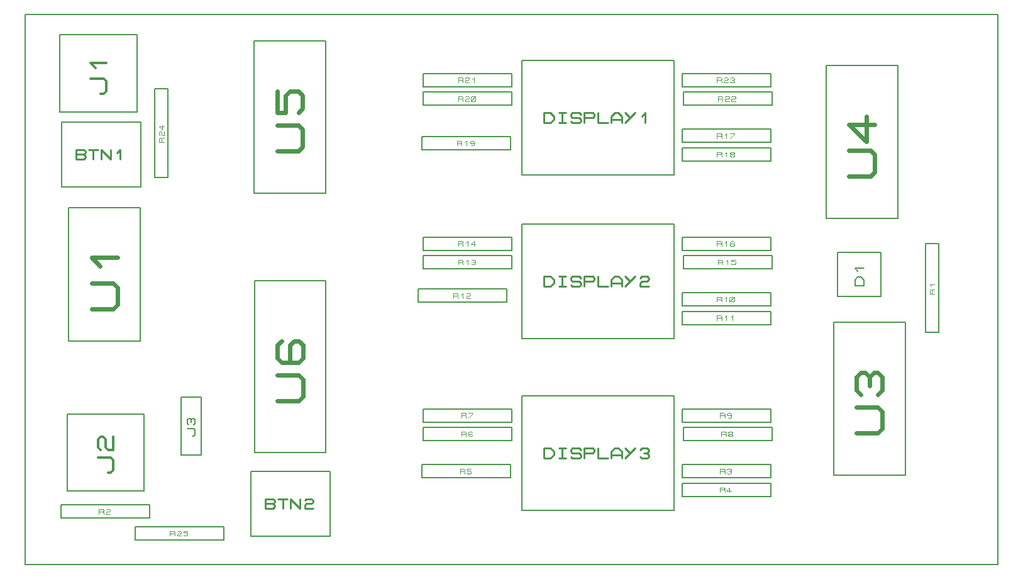
<source format=gbr>
G04 PROTEUS GERBER X2 FILE*
%TF.GenerationSoftware,Labcenter,Proteus,8.8-SP0-Build26547*%
%TF.CreationDate,2024-06-03T23:11:47+00:00*%
%TF.FileFunction,AssemblyDrawing,Top*%
%TF.FilePolarity,Positive*%
%TF.Part,Single*%
%TF.SameCoordinates,{21ee4477-aff3-40fb-9ee6-804b83d108f7}*%
%FSLAX45Y45*%
%MOMM*%
G01*
%TA.AperFunction,Material*%
%ADD17C,0.203200*%
%ADD22C,0.228030*%
%TA.AperFunction,Profile*%
%ADD16C,0.203200*%
%TA.AperFunction,Material*%
%ADD23C,0.106680*%
%ADD24C,0.577200*%
%ADD25C,0.345440*%
%ADD26C,0.164590*%
%ADD27C,0.197270*%
%ADD28C,0.214060*%
%TD.AperFunction*%
D17*
X+7635840Y-6706116D02*
X+9688160Y-6706116D01*
X+9688160Y-5161796D01*
X+7635840Y-5161796D01*
X+7635840Y-6706116D01*
D22*
X+7932288Y-6002366D02*
X+7932288Y-5865545D01*
X+8023502Y-5865545D01*
X+8069109Y-5911152D01*
X+8069109Y-5956759D01*
X+8023502Y-6002366D01*
X+7932288Y-6002366D01*
X+8137519Y-5865545D02*
X+8228733Y-5865545D01*
X+8183126Y-5865545D02*
X+8183126Y-6002366D01*
X+8137519Y-6002366D02*
X+8228733Y-6002366D01*
X+8297144Y-5979563D02*
X+8319947Y-6002366D01*
X+8411161Y-6002366D01*
X+8433965Y-5979563D01*
X+8433965Y-5956759D01*
X+8411161Y-5933956D01*
X+8319947Y-5933956D01*
X+8297144Y-5911152D01*
X+8297144Y-5888349D01*
X+8319947Y-5865545D01*
X+8411161Y-5865545D01*
X+8433965Y-5888349D01*
X+8479572Y-6002366D02*
X+8479572Y-5865545D01*
X+8593589Y-5865545D01*
X+8616393Y-5888349D01*
X+8616393Y-5911152D01*
X+8593589Y-5933956D01*
X+8479572Y-5933956D01*
X+8662000Y-5865545D02*
X+8662000Y-6002366D01*
X+8798821Y-6002366D01*
X+8844428Y-6002366D02*
X+8844428Y-5911152D01*
X+8890035Y-5865545D01*
X+8935642Y-5865545D01*
X+8981249Y-5911152D01*
X+8981249Y-6002366D01*
X+8844428Y-5956759D02*
X+8981249Y-5956759D01*
X+9163677Y-5865545D02*
X+9026856Y-6002366D01*
X+9026856Y-5865545D02*
X+9095266Y-5933956D01*
X+9254891Y-5911152D02*
X+9300498Y-5865545D01*
X+9300498Y-6002366D01*
D17*
X+7635840Y-8906116D02*
X+9688160Y-8906116D01*
X+9688160Y-7361796D01*
X+7635840Y-7361796D01*
X+7635840Y-8906116D01*
D22*
X+7932288Y-8202366D02*
X+7932288Y-8065545D01*
X+8023502Y-8065545D01*
X+8069109Y-8111152D01*
X+8069109Y-8156759D01*
X+8023502Y-8202366D01*
X+7932288Y-8202366D01*
X+8137519Y-8065545D02*
X+8228733Y-8065545D01*
X+8183126Y-8065545D02*
X+8183126Y-8202366D01*
X+8137519Y-8202366D02*
X+8228733Y-8202366D01*
X+8297144Y-8179563D02*
X+8319947Y-8202366D01*
X+8411161Y-8202366D01*
X+8433965Y-8179563D01*
X+8433965Y-8156759D01*
X+8411161Y-8133956D01*
X+8319947Y-8133956D01*
X+8297144Y-8111152D01*
X+8297144Y-8088349D01*
X+8319947Y-8065545D01*
X+8411161Y-8065545D01*
X+8433965Y-8088349D01*
X+8479572Y-8202366D02*
X+8479572Y-8065545D01*
X+8593589Y-8065545D01*
X+8616393Y-8088349D01*
X+8616393Y-8111152D01*
X+8593589Y-8133956D01*
X+8479572Y-8133956D01*
X+8662000Y-8065545D02*
X+8662000Y-8202366D01*
X+8798821Y-8202366D01*
X+8844428Y-8202366D02*
X+8844428Y-8111152D01*
X+8890035Y-8065545D01*
X+8935642Y-8065545D01*
X+8981249Y-8111152D01*
X+8981249Y-8202366D01*
X+8844428Y-8156759D02*
X+8981249Y-8156759D01*
X+9163677Y-8065545D02*
X+9026856Y-8202366D01*
X+9026856Y-8065545D02*
X+9095266Y-8133956D01*
X+9232087Y-8088349D02*
X+9254891Y-8065545D01*
X+9323301Y-8065545D01*
X+9346105Y-8088349D01*
X+9346105Y-8111152D01*
X+9323301Y-8133956D01*
X+9254891Y-8133956D01*
X+9232087Y-8156759D01*
X+9232087Y-8202366D01*
X+9346105Y-8202366D01*
D17*
X+7635840Y-11218116D02*
X+9688160Y-11218116D01*
X+9688160Y-9673796D01*
X+7635840Y-9673796D01*
X+7635840Y-11218116D01*
D22*
X+7932288Y-10514366D02*
X+7932288Y-10377545D01*
X+8023502Y-10377545D01*
X+8069109Y-10423152D01*
X+8069109Y-10468759D01*
X+8023502Y-10514366D01*
X+7932288Y-10514366D01*
X+8137519Y-10377545D02*
X+8228733Y-10377545D01*
X+8183126Y-10377545D02*
X+8183126Y-10514366D01*
X+8137519Y-10514366D02*
X+8228733Y-10514366D01*
X+8297144Y-10491563D02*
X+8319947Y-10514366D01*
X+8411161Y-10514366D01*
X+8433965Y-10491563D01*
X+8433965Y-10468759D01*
X+8411161Y-10445956D01*
X+8319947Y-10445956D01*
X+8297144Y-10423152D01*
X+8297144Y-10400349D01*
X+8319947Y-10377545D01*
X+8411161Y-10377545D01*
X+8433965Y-10400349D01*
X+8479572Y-10514366D02*
X+8479572Y-10377545D01*
X+8593589Y-10377545D01*
X+8616393Y-10400349D01*
X+8616393Y-10423152D01*
X+8593589Y-10445956D01*
X+8479572Y-10445956D01*
X+8662000Y-10377545D02*
X+8662000Y-10514366D01*
X+8798821Y-10514366D01*
X+8844428Y-10514366D02*
X+8844428Y-10423152D01*
X+8890035Y-10377545D01*
X+8935642Y-10377545D01*
X+8981249Y-10423152D01*
X+8981249Y-10514366D01*
X+8844428Y-10468759D02*
X+8981249Y-10468759D01*
X+9163677Y-10377545D02*
X+9026856Y-10514366D01*
X+9026856Y-10377545D02*
X+9095266Y-10445956D01*
X+9232087Y-10400349D02*
X+9254891Y-10377545D01*
X+9323301Y-10377545D01*
X+9346105Y-10400349D01*
X+9346105Y-10423152D01*
X+9323301Y-10445956D01*
X+9346105Y-10468759D01*
X+9346105Y-10491563D01*
X+9323301Y-10514366D01*
X+9254891Y-10514366D01*
X+9232087Y-10491563D01*
X+9277694Y-10445956D02*
X+9323301Y-10445956D01*
D16*
X+950000Y-11941956D02*
X+14050000Y-11941956D01*
X+14050000Y-4541956D01*
X+950000Y-4541956D01*
X+950000Y-11941956D01*
D17*
X+9795100Y-10776856D02*
X+10988900Y-10776856D01*
X+10988900Y-10599056D01*
X+9795100Y-10599056D01*
X+9795100Y-10776856D01*
D23*
X+10306656Y-10719960D02*
X+10306656Y-10655952D01*
X+10359996Y-10655952D01*
X+10370664Y-10666620D01*
X+10370664Y-10677288D01*
X+10359996Y-10687956D01*
X+10306656Y-10687956D01*
X+10359996Y-10687956D02*
X+10370664Y-10698624D01*
X+10370664Y-10719960D01*
X+10402668Y-10666620D02*
X+10413336Y-10655952D01*
X+10445340Y-10655952D01*
X+10456008Y-10666620D01*
X+10456008Y-10677288D01*
X+10445340Y-10687956D01*
X+10456008Y-10698624D01*
X+10456008Y-10709292D01*
X+10445340Y-10719960D01*
X+10413336Y-10719960D01*
X+10402668Y-10709292D01*
X+10424004Y-10687956D02*
X+10445340Y-10687956D01*
D17*
X+9795100Y-11026856D02*
X+10988900Y-11026856D01*
X+10988900Y-10849056D01*
X+9795100Y-10849056D01*
X+9795100Y-11026856D01*
D23*
X+10306656Y-10969960D02*
X+10306656Y-10905952D01*
X+10359996Y-10905952D01*
X+10370664Y-10916620D01*
X+10370664Y-10927288D01*
X+10359996Y-10937956D01*
X+10306656Y-10937956D01*
X+10359996Y-10937956D02*
X+10370664Y-10948624D01*
X+10370664Y-10969960D01*
X+10456008Y-10948624D02*
X+10392000Y-10948624D01*
X+10434672Y-10905952D01*
X+10434672Y-10969960D01*
D17*
X+6295100Y-10776856D02*
X+7488900Y-10776856D01*
X+7488900Y-10599056D01*
X+6295100Y-10599056D01*
X+6295100Y-10776856D01*
D23*
X+6806656Y-10719960D02*
X+6806656Y-10655952D01*
X+6859996Y-10655952D01*
X+6870664Y-10666620D01*
X+6870664Y-10677288D01*
X+6859996Y-10687956D01*
X+6806656Y-10687956D01*
X+6859996Y-10687956D02*
X+6870664Y-10698624D01*
X+6870664Y-10719960D01*
X+6956008Y-10655952D02*
X+6902668Y-10655952D01*
X+6902668Y-10677288D01*
X+6945340Y-10677288D01*
X+6956008Y-10687956D01*
X+6956008Y-10709292D01*
X+6945340Y-10719960D01*
X+6913336Y-10719960D01*
X+6902668Y-10709292D01*
D17*
X+6311100Y-10276856D02*
X+7504900Y-10276856D01*
X+7504900Y-10099056D01*
X+6311100Y-10099056D01*
X+6311100Y-10276856D01*
D23*
X+6822656Y-10219960D02*
X+6822656Y-10155952D01*
X+6875996Y-10155952D01*
X+6886664Y-10166620D01*
X+6886664Y-10177288D01*
X+6875996Y-10187956D01*
X+6822656Y-10187956D01*
X+6875996Y-10187956D02*
X+6886664Y-10198624D01*
X+6886664Y-10219960D01*
X+6972008Y-10166620D02*
X+6961340Y-10155952D01*
X+6929336Y-10155952D01*
X+6918668Y-10166620D01*
X+6918668Y-10209292D01*
X+6929336Y-10219960D01*
X+6961340Y-10219960D01*
X+6972008Y-10209292D01*
X+6972008Y-10198624D01*
X+6961340Y-10187956D01*
X+6918668Y-10187956D01*
D17*
X+6311100Y-10026856D02*
X+7504900Y-10026856D01*
X+7504900Y-9849056D01*
X+6311100Y-9849056D01*
X+6311100Y-10026856D01*
D23*
X+6822656Y-9969960D02*
X+6822656Y-9905952D01*
X+6875996Y-9905952D01*
X+6886664Y-9916620D01*
X+6886664Y-9927288D01*
X+6875996Y-9937956D01*
X+6822656Y-9937956D01*
X+6875996Y-9937956D02*
X+6886664Y-9948624D01*
X+6886664Y-9969960D01*
X+6918668Y-9905952D02*
X+6972008Y-9905952D01*
X+6972008Y-9916620D01*
X+6918668Y-9969960D01*
D17*
X+9811100Y-10276856D02*
X+11004900Y-10276856D01*
X+11004900Y-10099056D01*
X+9811100Y-10099056D01*
X+9811100Y-10276856D01*
D23*
X+10322656Y-10219960D02*
X+10322656Y-10155952D01*
X+10375996Y-10155952D01*
X+10386664Y-10166620D01*
X+10386664Y-10177288D01*
X+10375996Y-10187956D01*
X+10322656Y-10187956D01*
X+10375996Y-10187956D02*
X+10386664Y-10198624D01*
X+10386664Y-10219960D01*
X+10429336Y-10187956D02*
X+10418668Y-10177288D01*
X+10418668Y-10166620D01*
X+10429336Y-10155952D01*
X+10461340Y-10155952D01*
X+10472008Y-10166620D01*
X+10472008Y-10177288D01*
X+10461340Y-10187956D01*
X+10429336Y-10187956D01*
X+10418668Y-10198624D01*
X+10418668Y-10209292D01*
X+10429336Y-10219960D01*
X+10461340Y-10219960D01*
X+10472008Y-10209292D01*
X+10472008Y-10198624D01*
X+10461340Y-10187956D01*
D17*
X+9795100Y-10026856D02*
X+10988900Y-10026856D01*
X+10988900Y-9849056D01*
X+9795100Y-9849056D01*
X+9795100Y-10026856D01*
D23*
X+10306656Y-9969960D02*
X+10306656Y-9905952D01*
X+10359996Y-9905952D01*
X+10370664Y-9916620D01*
X+10370664Y-9927288D01*
X+10359996Y-9937956D01*
X+10306656Y-9937956D01*
X+10359996Y-9937956D02*
X+10370664Y-9948624D01*
X+10370664Y-9969960D01*
X+10456008Y-9927288D02*
X+10445340Y-9937956D01*
X+10413336Y-9937956D01*
X+10402668Y-9927288D01*
X+10402668Y-9916620D01*
X+10413336Y-9905952D01*
X+10445340Y-9905952D01*
X+10456008Y-9916620D01*
X+10456008Y-9959292D01*
X+10445340Y-9969960D01*
X+10413336Y-9969960D01*
D17*
X+9795100Y-8464856D02*
X+10988900Y-8464856D01*
X+10988900Y-8287056D01*
X+9795100Y-8287056D01*
X+9795100Y-8464856D01*
D23*
X+10263984Y-8407960D02*
X+10263984Y-8343952D01*
X+10317324Y-8343952D01*
X+10327992Y-8354620D01*
X+10327992Y-8365288D01*
X+10317324Y-8375956D01*
X+10263984Y-8375956D01*
X+10317324Y-8375956D02*
X+10327992Y-8386624D01*
X+10327992Y-8407960D01*
X+10370664Y-8365288D02*
X+10392000Y-8343952D01*
X+10392000Y-8407960D01*
X+10434672Y-8397292D02*
X+10434672Y-8354620D01*
X+10445340Y-8343952D01*
X+10488012Y-8343952D01*
X+10498680Y-8354620D01*
X+10498680Y-8397292D01*
X+10488012Y-8407960D01*
X+10445340Y-8407960D01*
X+10434672Y-8397292D01*
X+10434672Y-8407960D02*
X+10498680Y-8343952D01*
D17*
X+9795100Y-8714856D02*
X+10988900Y-8714856D01*
X+10988900Y-8537056D01*
X+9795100Y-8537056D01*
X+9795100Y-8714856D01*
D23*
X+10263984Y-8657960D02*
X+10263984Y-8593952D01*
X+10317324Y-8593952D01*
X+10327992Y-8604620D01*
X+10327992Y-8615288D01*
X+10317324Y-8625956D01*
X+10263984Y-8625956D01*
X+10317324Y-8625956D02*
X+10327992Y-8636624D01*
X+10327992Y-8657960D01*
X+10370664Y-8615288D02*
X+10392000Y-8593952D01*
X+10392000Y-8657960D01*
X+10456008Y-8615288D02*
X+10477344Y-8593952D01*
X+10477344Y-8657960D01*
D17*
X+6245100Y-8414856D02*
X+7438900Y-8414856D01*
X+7438900Y-8237056D01*
X+6245100Y-8237056D01*
X+6245100Y-8414856D01*
D23*
X+6713984Y-8357960D02*
X+6713984Y-8293952D01*
X+6767324Y-8293952D01*
X+6777992Y-8304620D01*
X+6777992Y-8315288D01*
X+6767324Y-8325956D01*
X+6713984Y-8325956D01*
X+6767324Y-8325956D02*
X+6777992Y-8336624D01*
X+6777992Y-8357960D01*
X+6820664Y-8315288D02*
X+6842000Y-8293952D01*
X+6842000Y-8357960D01*
X+6895340Y-8304620D02*
X+6906008Y-8293952D01*
X+6938012Y-8293952D01*
X+6948680Y-8304620D01*
X+6948680Y-8315288D01*
X+6938012Y-8325956D01*
X+6906008Y-8325956D01*
X+6895340Y-8336624D01*
X+6895340Y-8357960D01*
X+6948680Y-8357960D01*
D17*
X+6311100Y-7964856D02*
X+7504900Y-7964856D01*
X+7504900Y-7787056D01*
X+6311100Y-7787056D01*
X+6311100Y-7964856D01*
D23*
X+6779984Y-7907960D02*
X+6779984Y-7843952D01*
X+6833324Y-7843952D01*
X+6843992Y-7854620D01*
X+6843992Y-7865288D01*
X+6833324Y-7875956D01*
X+6779984Y-7875956D01*
X+6833324Y-7875956D02*
X+6843992Y-7886624D01*
X+6843992Y-7907960D01*
X+6886664Y-7865288D02*
X+6908000Y-7843952D01*
X+6908000Y-7907960D01*
X+6961340Y-7854620D02*
X+6972008Y-7843952D01*
X+7004012Y-7843952D01*
X+7014680Y-7854620D01*
X+7014680Y-7865288D01*
X+7004012Y-7875956D01*
X+7014680Y-7886624D01*
X+7014680Y-7897292D01*
X+7004012Y-7907960D01*
X+6972008Y-7907960D01*
X+6961340Y-7897292D01*
X+6982676Y-7875956D02*
X+7004012Y-7875956D01*
D17*
X+6311100Y-7714856D02*
X+7504900Y-7714856D01*
X+7504900Y-7537056D01*
X+6311100Y-7537056D01*
X+6311100Y-7714856D01*
D23*
X+6779984Y-7657960D02*
X+6779984Y-7593952D01*
X+6833324Y-7593952D01*
X+6843992Y-7604620D01*
X+6843992Y-7615288D01*
X+6833324Y-7625956D01*
X+6779984Y-7625956D01*
X+6833324Y-7625956D02*
X+6843992Y-7636624D01*
X+6843992Y-7657960D01*
X+6886664Y-7615288D02*
X+6908000Y-7593952D01*
X+6908000Y-7657960D01*
X+7014680Y-7636624D02*
X+6950672Y-7636624D01*
X+6993344Y-7593952D01*
X+6993344Y-7657960D01*
D17*
X+9811100Y-7964856D02*
X+11004900Y-7964856D01*
X+11004900Y-7787056D01*
X+9811100Y-7787056D01*
X+9811100Y-7964856D01*
D23*
X+10279984Y-7907960D02*
X+10279984Y-7843952D01*
X+10333324Y-7843952D01*
X+10343992Y-7854620D01*
X+10343992Y-7865288D01*
X+10333324Y-7875956D01*
X+10279984Y-7875956D01*
X+10333324Y-7875956D02*
X+10343992Y-7886624D01*
X+10343992Y-7907960D01*
X+10386664Y-7865288D02*
X+10408000Y-7843952D01*
X+10408000Y-7907960D01*
X+10514680Y-7843952D02*
X+10461340Y-7843952D01*
X+10461340Y-7865288D01*
X+10504012Y-7865288D01*
X+10514680Y-7875956D01*
X+10514680Y-7897292D01*
X+10504012Y-7907960D01*
X+10472008Y-7907960D01*
X+10461340Y-7897292D01*
D17*
X+9795100Y-7714856D02*
X+10988900Y-7714856D01*
X+10988900Y-7537056D01*
X+9795100Y-7537056D01*
X+9795100Y-7714856D01*
D23*
X+10263984Y-7657960D02*
X+10263984Y-7593952D01*
X+10317324Y-7593952D01*
X+10327992Y-7604620D01*
X+10327992Y-7615288D01*
X+10317324Y-7625956D01*
X+10263984Y-7625956D01*
X+10317324Y-7625956D02*
X+10327992Y-7636624D01*
X+10327992Y-7657960D01*
X+10370664Y-7615288D02*
X+10392000Y-7593952D01*
X+10392000Y-7657960D01*
X+10498680Y-7604620D02*
X+10488012Y-7593952D01*
X+10456008Y-7593952D01*
X+10445340Y-7604620D01*
X+10445340Y-7647292D01*
X+10456008Y-7657960D01*
X+10488012Y-7657960D01*
X+10498680Y-7647292D01*
X+10498680Y-7636624D01*
X+10488012Y-7625956D01*
X+10445340Y-7625956D01*
D17*
X+9795100Y-6264856D02*
X+10988900Y-6264856D01*
X+10988900Y-6087056D01*
X+9795100Y-6087056D01*
X+9795100Y-6264856D01*
D23*
X+10263984Y-6207960D02*
X+10263984Y-6143952D01*
X+10317324Y-6143952D01*
X+10327992Y-6154620D01*
X+10327992Y-6165288D01*
X+10317324Y-6175956D01*
X+10263984Y-6175956D01*
X+10317324Y-6175956D02*
X+10327992Y-6186624D01*
X+10327992Y-6207960D01*
X+10370664Y-6165288D02*
X+10392000Y-6143952D01*
X+10392000Y-6207960D01*
X+10445340Y-6143952D02*
X+10498680Y-6143952D01*
X+10498680Y-6154620D01*
X+10445340Y-6207960D01*
D17*
X+9795100Y-6514856D02*
X+10988900Y-6514856D01*
X+10988900Y-6337056D01*
X+9795100Y-6337056D01*
X+9795100Y-6514856D01*
D23*
X+10263984Y-6457960D02*
X+10263984Y-6393952D01*
X+10317324Y-6393952D01*
X+10327992Y-6404620D01*
X+10327992Y-6415288D01*
X+10317324Y-6425956D01*
X+10263984Y-6425956D01*
X+10317324Y-6425956D02*
X+10327992Y-6436624D01*
X+10327992Y-6457960D01*
X+10370664Y-6415288D02*
X+10392000Y-6393952D01*
X+10392000Y-6457960D01*
X+10456008Y-6425956D02*
X+10445340Y-6415288D01*
X+10445340Y-6404620D01*
X+10456008Y-6393952D01*
X+10488012Y-6393952D01*
X+10498680Y-6404620D01*
X+10498680Y-6415288D01*
X+10488012Y-6425956D01*
X+10456008Y-6425956D01*
X+10445340Y-6436624D01*
X+10445340Y-6447292D01*
X+10456008Y-6457960D01*
X+10488012Y-6457960D01*
X+10498680Y-6447292D01*
X+10498680Y-6436624D01*
X+10488012Y-6425956D01*
D17*
X+6295100Y-6364856D02*
X+7488900Y-6364856D01*
X+7488900Y-6187056D01*
X+6295100Y-6187056D01*
X+6295100Y-6364856D01*
D23*
X+6763984Y-6307960D02*
X+6763984Y-6243952D01*
X+6817324Y-6243952D01*
X+6827992Y-6254620D01*
X+6827992Y-6265288D01*
X+6817324Y-6275956D01*
X+6763984Y-6275956D01*
X+6817324Y-6275956D02*
X+6827992Y-6286624D01*
X+6827992Y-6307960D01*
X+6870664Y-6265288D02*
X+6892000Y-6243952D01*
X+6892000Y-6307960D01*
X+6998680Y-6265288D02*
X+6988012Y-6275956D01*
X+6956008Y-6275956D01*
X+6945340Y-6265288D01*
X+6945340Y-6254620D01*
X+6956008Y-6243952D01*
X+6988012Y-6243952D01*
X+6998680Y-6254620D01*
X+6998680Y-6297292D01*
X+6988012Y-6307960D01*
X+6956008Y-6307960D01*
D17*
X+6311100Y-5764856D02*
X+7504900Y-5764856D01*
X+7504900Y-5587056D01*
X+6311100Y-5587056D01*
X+6311100Y-5764856D01*
D23*
X+6779984Y-5707960D02*
X+6779984Y-5643952D01*
X+6833324Y-5643952D01*
X+6843992Y-5654620D01*
X+6843992Y-5665288D01*
X+6833324Y-5675956D01*
X+6779984Y-5675956D01*
X+6833324Y-5675956D02*
X+6843992Y-5686624D01*
X+6843992Y-5707960D01*
X+6875996Y-5654620D02*
X+6886664Y-5643952D01*
X+6918668Y-5643952D01*
X+6929336Y-5654620D01*
X+6929336Y-5665288D01*
X+6918668Y-5675956D01*
X+6886664Y-5675956D01*
X+6875996Y-5686624D01*
X+6875996Y-5707960D01*
X+6929336Y-5707960D01*
X+6950672Y-5697292D02*
X+6950672Y-5654620D01*
X+6961340Y-5643952D01*
X+7004012Y-5643952D01*
X+7014680Y-5654620D01*
X+7014680Y-5697292D01*
X+7004012Y-5707960D01*
X+6961340Y-5707960D01*
X+6950672Y-5697292D01*
X+6950672Y-5707960D02*
X+7014680Y-5643952D01*
D17*
X+6311100Y-5514856D02*
X+7504900Y-5514856D01*
X+7504900Y-5337056D01*
X+6311100Y-5337056D01*
X+6311100Y-5514856D01*
D23*
X+6779984Y-5457960D02*
X+6779984Y-5393952D01*
X+6833324Y-5393952D01*
X+6843992Y-5404620D01*
X+6843992Y-5415288D01*
X+6833324Y-5425956D01*
X+6779984Y-5425956D01*
X+6833324Y-5425956D02*
X+6843992Y-5436624D01*
X+6843992Y-5457960D01*
X+6875996Y-5404620D02*
X+6886664Y-5393952D01*
X+6918668Y-5393952D01*
X+6929336Y-5404620D01*
X+6929336Y-5415288D01*
X+6918668Y-5425956D01*
X+6886664Y-5425956D01*
X+6875996Y-5436624D01*
X+6875996Y-5457960D01*
X+6929336Y-5457960D01*
X+6972008Y-5415288D02*
X+6993344Y-5393952D01*
X+6993344Y-5457960D01*
D17*
X+9811100Y-5764856D02*
X+11004900Y-5764856D01*
X+11004900Y-5587056D01*
X+9811100Y-5587056D01*
X+9811100Y-5764856D01*
D23*
X+10279984Y-5707960D02*
X+10279984Y-5643952D01*
X+10333324Y-5643952D01*
X+10343992Y-5654620D01*
X+10343992Y-5665288D01*
X+10333324Y-5675956D01*
X+10279984Y-5675956D01*
X+10333324Y-5675956D02*
X+10343992Y-5686624D01*
X+10343992Y-5707960D01*
X+10375996Y-5654620D02*
X+10386664Y-5643952D01*
X+10418668Y-5643952D01*
X+10429336Y-5654620D01*
X+10429336Y-5665288D01*
X+10418668Y-5675956D01*
X+10386664Y-5675956D01*
X+10375996Y-5686624D01*
X+10375996Y-5707960D01*
X+10429336Y-5707960D01*
X+10461340Y-5654620D02*
X+10472008Y-5643952D01*
X+10504012Y-5643952D01*
X+10514680Y-5654620D01*
X+10514680Y-5665288D01*
X+10504012Y-5675956D01*
X+10472008Y-5675956D01*
X+10461340Y-5686624D01*
X+10461340Y-5707960D01*
X+10514680Y-5707960D01*
D17*
X+9795100Y-5514856D02*
X+10988900Y-5514856D01*
X+10988900Y-5337056D01*
X+9795100Y-5337056D01*
X+9795100Y-5514856D01*
D23*
X+10263984Y-5457960D02*
X+10263984Y-5393952D01*
X+10317324Y-5393952D01*
X+10327992Y-5404620D01*
X+10327992Y-5415288D01*
X+10317324Y-5425956D01*
X+10263984Y-5425956D01*
X+10317324Y-5425956D02*
X+10327992Y-5436624D01*
X+10327992Y-5457960D01*
X+10359996Y-5404620D02*
X+10370664Y-5393952D01*
X+10402668Y-5393952D01*
X+10413336Y-5404620D01*
X+10413336Y-5415288D01*
X+10402668Y-5425956D01*
X+10370664Y-5425956D01*
X+10359996Y-5436624D01*
X+10359996Y-5457960D01*
X+10413336Y-5457960D01*
X+10445340Y-5404620D02*
X+10456008Y-5393952D01*
X+10488012Y-5393952D01*
X+10498680Y-5404620D01*
X+10498680Y-5415288D01*
X+10488012Y-5425956D01*
X+10498680Y-5436624D01*
X+10498680Y-5447292D01*
X+10488012Y-5457960D01*
X+10456008Y-5457960D01*
X+10445340Y-5447292D01*
X+10466676Y-5425956D02*
X+10488012Y-5425956D01*
D17*
X+11838000Y-10737116D02*
X+12800000Y-10737116D01*
X+12800000Y-8684796D01*
X+11838000Y-8684796D01*
X+11838000Y-10737116D01*
D24*
X+12145840Y-10172716D02*
X+12434440Y-10172716D01*
X+12492160Y-10114996D01*
X+12492160Y-9884116D01*
X+12434440Y-9826396D01*
X+12145840Y-9826396D01*
X+12203560Y-9653236D02*
X+12145840Y-9595516D01*
X+12145840Y-9422356D01*
X+12203560Y-9364636D01*
X+12261280Y-9364636D01*
X+12319000Y-9422356D01*
X+12376720Y-9364636D01*
X+12434440Y-9364636D01*
X+12492160Y-9422356D01*
X+12492160Y-9595516D01*
X+12434440Y-9653236D01*
X+12319000Y-9537796D02*
X+12319000Y-9422356D01*
D17*
X+11738000Y-7283116D02*
X+12700000Y-7283116D01*
X+12700000Y-5230796D01*
X+11738000Y-5230796D01*
X+11738000Y-7283116D01*
D24*
X+12045840Y-6718716D02*
X+12334440Y-6718716D01*
X+12392160Y-6660996D01*
X+12392160Y-6430116D01*
X+12334440Y-6372396D01*
X+12045840Y-6372396D01*
X+12276720Y-5910636D02*
X+12276720Y-6256956D01*
X+12045840Y-6026076D01*
X+12392160Y-6026076D01*
D17*
X+4034000Y-6947116D02*
X+4996000Y-6947116D01*
X+4996000Y-4894796D01*
X+4034000Y-4894796D01*
X+4034000Y-6947116D01*
D24*
X+4341840Y-6382716D02*
X+4630440Y-6382716D01*
X+4688160Y-6324996D01*
X+4688160Y-6094116D01*
X+4630440Y-6036396D01*
X+4341840Y-6036396D01*
X+4341840Y-5574636D02*
X+4341840Y-5863236D01*
X+4457280Y-5863236D01*
X+4457280Y-5632356D01*
X+4515000Y-5574636D01*
X+4630440Y-5574636D01*
X+4688160Y-5632356D01*
X+4688160Y-5805516D01*
X+4630440Y-5863236D01*
D17*
X+1417840Y-5852116D02*
X+2454160Y-5852116D01*
X+2454160Y-4815796D01*
X+1417840Y-4815796D01*
X+1417840Y-5852116D01*
D25*
X+1970544Y-5610308D02*
X+2005088Y-5610308D01*
X+2039632Y-5575764D01*
X+2039632Y-5437588D01*
X+2005088Y-5403044D01*
X+1832368Y-5403044D01*
X+1901456Y-5264868D02*
X+1832368Y-5195780D01*
X+2039632Y-5195780D01*
D17*
X+1517840Y-10952116D02*
X+2554160Y-10952116D01*
X+2554160Y-9915796D01*
X+1517840Y-9915796D01*
X+1517840Y-10952116D01*
D25*
X+2070544Y-10710308D02*
X+2105088Y-10710308D01*
X+2139632Y-10675764D01*
X+2139632Y-10537588D01*
X+2105088Y-10503044D01*
X+1932368Y-10503044D01*
X+1966912Y-10399412D02*
X+1932368Y-10364868D01*
X+1932368Y-10261236D01*
X+1966912Y-10226692D01*
X+2001456Y-10226692D01*
X+2036000Y-10261236D01*
X+2036000Y-10364868D01*
X+2070544Y-10399412D01*
X+2139632Y-10399412D01*
X+2139632Y-10226692D01*
D17*
X+3048840Y-10471116D02*
X+3323160Y-10471116D01*
X+3323160Y-9688796D01*
X+3048840Y-9688796D01*
X+3048840Y-10471116D01*
D26*
X+3202460Y-10211629D02*
X+3218919Y-10211629D01*
X+3235378Y-10195170D01*
X+3235378Y-10129334D01*
X+3218919Y-10112875D01*
X+3136623Y-10112875D01*
X+3153082Y-10063497D02*
X+3136623Y-10047038D01*
X+3136623Y-9997661D01*
X+3153082Y-9981202D01*
X+3169541Y-9981202D01*
X+3186000Y-9997661D01*
X+3202460Y-9981202D01*
X+3218919Y-9981202D01*
X+3235378Y-9997661D01*
X+3235378Y-10047038D01*
X+3218919Y-10063497D01*
X+3186000Y-10030579D02*
X+3186000Y-9997661D01*
D17*
X+13073100Y-8816856D02*
X+13250900Y-8816856D01*
X+13250900Y-7623056D01*
X+13073100Y-7623056D01*
X+13073100Y-8816856D01*
D23*
X+13194004Y-8305300D02*
X+13129996Y-8305300D01*
X+13129996Y-8251960D01*
X+13140664Y-8241292D01*
X+13151332Y-8241292D01*
X+13162000Y-8251960D01*
X+13162000Y-8305300D01*
X+13162000Y-8251960D02*
X+13172668Y-8241292D01*
X+13194004Y-8241292D01*
X+13151332Y-8198620D02*
X+13129996Y-8177284D01*
X+13194004Y-8177284D01*
D17*
X+1431100Y-11318856D02*
X+2624900Y-11318856D01*
X+2624900Y-11141056D01*
X+1431100Y-11141056D01*
X+1431100Y-11318856D01*
D23*
X+1942656Y-11261960D02*
X+1942656Y-11197952D01*
X+1995996Y-11197952D01*
X+2006664Y-11208620D01*
X+2006664Y-11219288D01*
X+1995996Y-11229956D01*
X+1942656Y-11229956D01*
X+1995996Y-11229956D02*
X+2006664Y-11240624D01*
X+2006664Y-11261960D01*
X+2038668Y-11208620D02*
X+2049336Y-11197952D01*
X+2081340Y-11197952D01*
X+2092008Y-11208620D01*
X+2092008Y-11219288D01*
X+2081340Y-11229956D01*
X+2049336Y-11229956D01*
X+2038668Y-11240624D01*
X+2038668Y-11261960D01*
X+2092008Y-11261960D01*
D17*
X+2697100Y-6734856D02*
X+2874900Y-6734856D01*
X+2874900Y-5541056D01*
X+2697100Y-5541056D01*
X+2697100Y-6734856D01*
D23*
X+2818004Y-6265972D02*
X+2753996Y-6265972D01*
X+2753996Y-6212632D01*
X+2764664Y-6201964D01*
X+2775332Y-6201964D01*
X+2786000Y-6212632D01*
X+2786000Y-6265972D01*
X+2786000Y-6212632D02*
X+2796668Y-6201964D01*
X+2818004Y-6201964D01*
X+2764664Y-6169960D02*
X+2753996Y-6159292D01*
X+2753996Y-6127288D01*
X+2764664Y-6116620D01*
X+2775332Y-6116620D01*
X+2786000Y-6127288D01*
X+2786000Y-6159292D01*
X+2796668Y-6169960D01*
X+2818004Y-6169960D01*
X+2818004Y-6116620D01*
X+2796668Y-6031276D02*
X+2796668Y-6095284D01*
X+2753996Y-6052612D01*
X+2818004Y-6052612D01*
D17*
X+1538000Y-8941116D02*
X+2500000Y-8941116D01*
X+2500000Y-7142796D01*
X+1538000Y-7142796D01*
X+1538000Y-8941116D01*
D24*
X+1845840Y-8503716D02*
X+2134440Y-8503716D01*
X+2192160Y-8445996D01*
X+2192160Y-8215116D01*
X+2134440Y-8157396D01*
X+1845840Y-8157396D01*
X+1961280Y-7926516D02*
X+1845840Y-7811076D01*
X+2192160Y-7811076D01*
D17*
X+4038000Y-10433116D02*
X+5000000Y-10433116D01*
X+5000000Y-8126796D01*
X+4038000Y-8126796D01*
X+4038000Y-10433116D01*
D24*
X+4345840Y-9741716D02*
X+4634440Y-9741716D01*
X+4692160Y-9683996D01*
X+4692160Y-9453116D01*
X+4634440Y-9395396D01*
X+4345840Y-9395396D01*
X+4403560Y-8933636D02*
X+4345840Y-8991356D01*
X+4345840Y-9164516D01*
X+4403560Y-9222236D01*
X+4634440Y-9222236D01*
X+4692160Y-9164516D01*
X+4692160Y-8991356D01*
X+4634440Y-8933636D01*
X+4576720Y-8933636D01*
X+4519000Y-8991356D01*
X+4519000Y-9222236D01*
D17*
X+11885840Y-8333116D02*
X+12477660Y-8333116D01*
X+12477660Y-7741296D01*
X+11885840Y-7741296D01*
X+11885840Y-8333116D01*
D27*
X+12240932Y-8195024D02*
X+12122568Y-8195024D01*
X+12122568Y-8116115D01*
X+12162023Y-8076661D01*
X+12201477Y-8076661D01*
X+12240932Y-8116115D01*
X+12240932Y-8195024D01*
X+12162023Y-7997752D02*
X+12122568Y-7958297D01*
X+12240932Y-7958297D01*
D17*
X+1439840Y-6860160D02*
X+2510160Y-6860160D01*
X+2510160Y-5989840D01*
X+1439840Y-5989840D01*
X+1439840Y-6860160D01*
D28*
X+1632498Y-6489220D02*
X+1632498Y-6360781D01*
X+1739529Y-6360781D01*
X+1760936Y-6382188D01*
X+1760936Y-6403594D01*
X+1739529Y-6425000D01*
X+1760936Y-6446407D01*
X+1760936Y-6467813D01*
X+1739529Y-6489220D01*
X+1632498Y-6489220D01*
X+1632498Y-6425000D02*
X+1739529Y-6425000D01*
X+1803749Y-6360781D02*
X+1932187Y-6360781D01*
X+1867968Y-6360781D02*
X+1867968Y-6489220D01*
X+1975000Y-6489220D02*
X+1975000Y-6360781D01*
X+2103438Y-6489220D01*
X+2103438Y-6360781D01*
X+2189063Y-6403594D02*
X+2231876Y-6360781D01*
X+2231876Y-6489220D01*
D17*
X+3989840Y-11560160D02*
X+5060160Y-11560160D01*
X+5060160Y-10689840D01*
X+3989840Y-10689840D01*
X+3989840Y-11560160D01*
D28*
X+4182498Y-11189220D02*
X+4182498Y-11060781D01*
X+4289529Y-11060781D01*
X+4310936Y-11082188D01*
X+4310936Y-11103594D01*
X+4289529Y-11125000D01*
X+4310936Y-11146407D01*
X+4310936Y-11167813D01*
X+4289529Y-11189220D01*
X+4182498Y-11189220D01*
X+4182498Y-11125000D02*
X+4289529Y-11125000D01*
X+4353749Y-11060781D02*
X+4482187Y-11060781D01*
X+4417968Y-11060781D02*
X+4417968Y-11189220D01*
X+4525000Y-11189220D02*
X+4525000Y-11060781D01*
X+4653438Y-11189220D01*
X+4653438Y-11060781D01*
X+4717657Y-11082188D02*
X+4739063Y-11060781D01*
X+4803282Y-11060781D01*
X+4824689Y-11082188D01*
X+4824689Y-11103594D01*
X+4803282Y-11125000D01*
X+4739063Y-11125000D01*
X+4717657Y-11146407D01*
X+4717657Y-11189220D01*
X+4824689Y-11189220D01*
D17*
X+2432727Y-11614066D02*
X+3626527Y-11614066D01*
X+3626527Y-11436266D01*
X+2432727Y-11436266D01*
X+2432727Y-11614066D01*
D23*
X+2901611Y-11557170D02*
X+2901611Y-11493162D01*
X+2954951Y-11493162D01*
X+2965619Y-11503830D01*
X+2965619Y-11514498D01*
X+2954951Y-11525166D01*
X+2901611Y-11525166D01*
X+2954951Y-11525166D02*
X+2965619Y-11535834D01*
X+2965619Y-11557170D01*
X+2997623Y-11503830D02*
X+3008291Y-11493162D01*
X+3040295Y-11493162D01*
X+3050963Y-11503830D01*
X+3050963Y-11514498D01*
X+3040295Y-11525166D01*
X+3008291Y-11525166D01*
X+2997623Y-11535834D01*
X+2997623Y-11557170D01*
X+3050963Y-11557170D01*
X+3136307Y-11493162D02*
X+3082967Y-11493162D01*
X+3082967Y-11514498D01*
X+3125639Y-11514498D01*
X+3136307Y-11525166D01*
X+3136307Y-11546502D01*
X+3125639Y-11557170D01*
X+3093635Y-11557170D01*
X+3082967Y-11546502D01*
M02*

</source>
